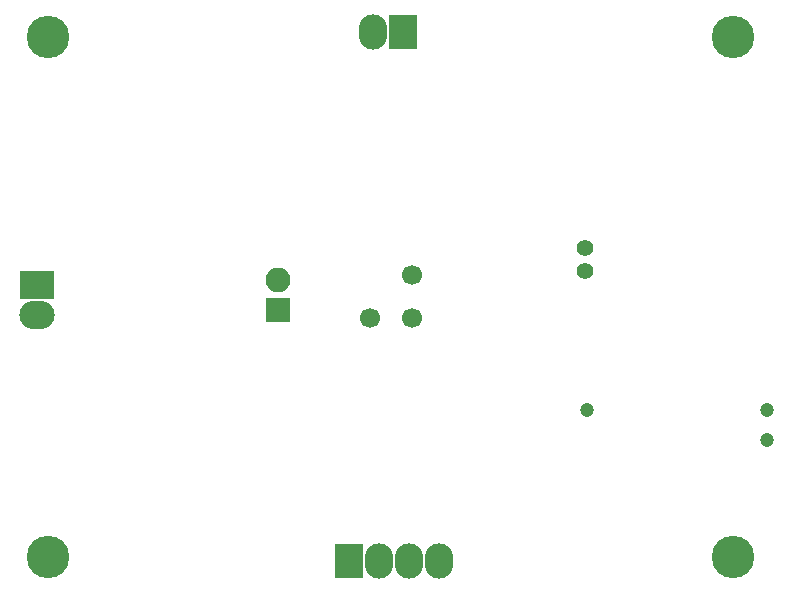
<source format=gbs>
G04 #@! TF.GenerationSoftware,KiCad,Pcbnew,(5.0-dev-4140-g2e42d5c00)*
G04 #@! TF.CreationDate,2018-02-27T05:36:52+05:30*
G04 #@! TF.ProjectId,sense_rev4,73656E73655F726576342E6B69636164,rev?*
G04 #@! TF.SameCoordinates,Original*
G04 #@! TF.FileFunction,Soldermask,Bot*
G04 #@! TF.FilePolarity,Negative*
%FSLAX46Y46*%
G04 Gerber Fmt 4.6, Leading zero omitted, Abs format (unit mm)*
G04 Created by KiCad (PCBNEW (5.0-dev-4140-g2e42d5c00)) date 02/27/18 05:36:52*
%MOMM*%
%LPD*%
G01*
G04 APERTURE LIST*
%ADD10C,1.200000*%
%ADD11R,2.100000X2.100000*%
%ADD12O,2.100000X2.100000*%
%ADD13R,3.000000X2.400000*%
%ADD14O,3.000000X2.400000*%
%ADD15C,3.600000*%
%ADD16R,2.400000X3.000000*%
%ADD17O,2.400000X3.000000*%
%ADD18C,1.700000*%
%ADD19C,1.400000*%
G04 APERTURE END LIST*
D10*
X169820000Y-114630000D03*
X169820000Y-117170000D03*
X154580000Y-114630000D03*
D11*
X128400000Y-106100000D03*
D12*
X128400000Y-103560000D03*
D13*
X108000000Y-104000000D03*
D14*
X108000000Y-106540000D03*
D15*
X109000000Y-127000000D03*
X109000000Y-83000000D03*
X167000000Y-83000000D03*
X167000000Y-127000000D03*
D16*
X139010000Y-82580000D03*
D17*
X136470000Y-82580000D03*
D18*
X139796000Y-106796000D03*
X139796000Y-103204000D03*
X136204000Y-106796000D03*
D19*
X154400000Y-100900000D03*
X154400000Y-102800000D03*
D17*
X142040000Y-127390000D03*
X139500000Y-127390000D03*
X136960000Y-127390000D03*
D16*
X134420000Y-127390000D03*
M02*

</source>
